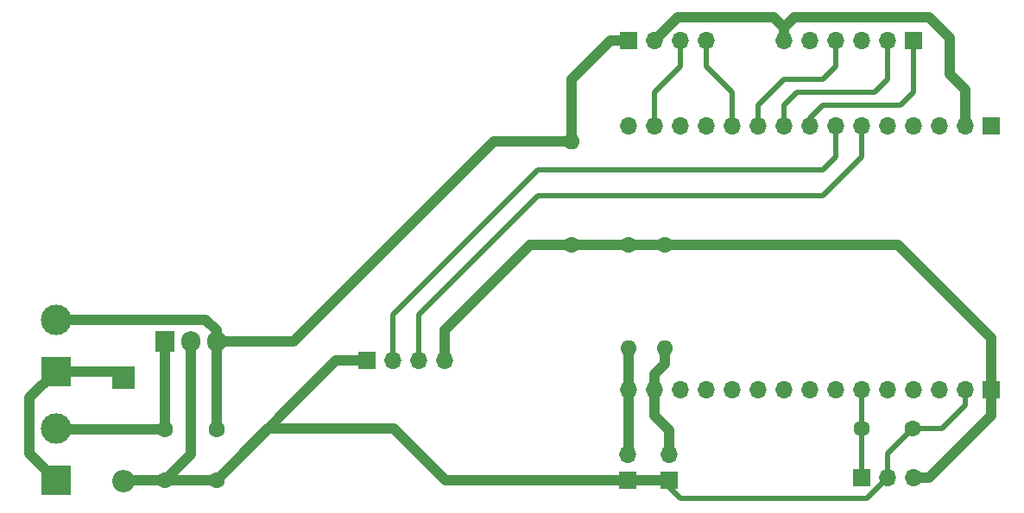
<source format=gbr>
%TF.GenerationSoftware,KiCad,Pcbnew,(6.0.5)*%
%TF.CreationDate,2024-06-19T12:06:20-03:00*%
%TF.ProjectId,PLACA_RNI_V1,504c4143-415f-4524-9e49-5f56312e6b69,rev?*%
%TF.SameCoordinates,Original*%
%TF.FileFunction,Copper,L2,Bot*%
%TF.FilePolarity,Positive*%
%FSLAX46Y46*%
G04 Gerber Fmt 4.6, Leading zero omitted, Abs format (unit mm)*
G04 Created by KiCad (PCBNEW (6.0.5)) date 2024-06-19 12:06:20*
%MOMM*%
%LPD*%
G01*
G04 APERTURE LIST*
%TA.AperFunction,ComponentPad*%
%ADD10R,1.700000X1.700000*%
%TD*%
%TA.AperFunction,ComponentPad*%
%ADD11O,1.700000X1.700000*%
%TD*%
%TA.AperFunction,ComponentPad*%
%ADD12R,1.905000X2.000000*%
%TD*%
%TA.AperFunction,ComponentPad*%
%ADD13O,1.905000X2.000000*%
%TD*%
%TA.AperFunction,ComponentPad*%
%ADD14C,1.600000*%
%TD*%
%TA.AperFunction,ComponentPad*%
%ADD15O,1.600000X1.600000*%
%TD*%
%TA.AperFunction,ComponentPad*%
%ADD16R,2.200000X2.200000*%
%TD*%
%TA.AperFunction,ComponentPad*%
%ADD17O,2.200000X2.200000*%
%TD*%
%TA.AperFunction,ComponentPad*%
%ADD18R,3.000000X3.000000*%
%TD*%
%TA.AperFunction,ComponentPad*%
%ADD19C,3.000000*%
%TD*%
%TA.AperFunction,Conductor*%
%ADD20C,1.000000*%
%TD*%
%TA.AperFunction,Conductor*%
%ADD21C,0.500000*%
%TD*%
G04 APERTURE END LIST*
D10*
%TO.P,J3,1,Pin_1*%
%TO.N,GND*%
X167400000Y-134325000D03*
D11*
%TO.P,J3,2,Pin_2*%
%TO.N,/TX*%
X169940000Y-134325000D03*
%TO.P,J3,3,Pin_3*%
%TO.N,/RX*%
X172480000Y-134325000D03*
%TO.P,J3,4,Pin_4*%
%TO.N,+5V*%
X175020000Y-134325000D03*
%TD*%
D12*
%TO.P,U1,1,VI*%
%TO.N,Net-(C1-Pad1)*%
X147558000Y-132408000D03*
D13*
%TO.P,U1,2,GND*%
%TO.N,GND*%
X150098000Y-132408000D03*
%TO.P,U1,3,VO*%
%TO.N,+5V*%
X152638000Y-132408000D03*
%TD*%
D10*
%TO.P,B2,1,Pin_1*%
%TO.N,GND*%
X197000000Y-146050000D03*
D11*
%TO.P,B2,2,Pin_2*%
%TO.N,/Buttom_2*%
X197000000Y-143510000D03*
%TD*%
D14*
%TO.P,C3,1*%
%TO.N,/ADC*%
X215900000Y-140970000D03*
%TO.P,C3,2*%
%TO.N,GND*%
X220900000Y-140970000D03*
%TD*%
%TO.P,R3,1*%
%TO.N,+5V*%
X187452000Y-122936000D03*
D15*
%TO.P,R3,2*%
X187452000Y-112776000D03*
%TD*%
D10*
%TO.P,J2,1,Pin_1*%
%TO.N,/cs*%
X220980000Y-102870000D03*
D11*
%TO.P,J2,2,Pin_2*%
%TO.N,/SCK*%
X218440000Y-102870000D03*
%TO.P,J2,3,Pin_3*%
%TO.N,unconnected-(J2-Pad3)*%
X215900000Y-102870000D03*
%TO.P,J2,4,Pin_4*%
%TO.N,/MISO*%
X213360000Y-102870000D03*
%TO.P,J2,5,Pin_5*%
%TO.N,unconnected-(J2-Pad5)*%
X210820000Y-102870000D03*
%TO.P,J2,6,Pin_6*%
%TO.N,GND*%
X208280000Y-102870000D03*
%TD*%
D10*
%TO.P,J7,1,Pin_1*%
%TO.N,unconnected-(J7-Pad1)*%
X228600000Y-111300000D03*
D11*
%TO.P,J7,2,Pin_2*%
%TO.N,GND*%
X226060000Y-111300000D03*
%TO.P,J7,3,Pin_3*%
%TO.N,unconnected-(J7-Pad3)*%
X223520000Y-111300000D03*
%TO.P,J7,4,Pin_4*%
%TO.N,unconnected-(J7-Pad4)*%
X220980000Y-111300000D03*
%TO.P,J7,5,Pin_5*%
%TO.N,unconnected-(J7-Pad5)*%
X218440000Y-111300000D03*
%TO.P,J7,6,Pin_6*%
%TO.N,/RX*%
X215900000Y-111300000D03*
%TO.P,J7,7,Pin_7*%
%TO.N,/TX*%
X213360000Y-111300000D03*
%TO.P,J7,8,Pin_8*%
%TO.N,/cs*%
X210820000Y-111300000D03*
%TO.P,J7,9,Pin_9*%
%TO.N,/SCK*%
X208280000Y-111300000D03*
%TO.P,J7,10,Pin_10*%
%TO.N,/MISO*%
X205740000Y-111300000D03*
%TO.P,J7,11,Pin_11*%
%TO.N,/SDA*%
X203200000Y-111300000D03*
%TO.P,J7,12,Pin_12*%
%TO.N,unconnected-(J7-Pad12)*%
X200660000Y-111300000D03*
%TO.P,J7,13,Pin_13*%
%TO.N,unconnected-(J7-Pad13)*%
X198120000Y-111300000D03*
%TO.P,J7,14,Pin_14*%
%TO.N,/SCL*%
X195580000Y-111300000D03*
%TO.P,J7,15,Pin_15*%
%TO.N,/MOSI*%
X193040000Y-111300000D03*
%TD*%
D10*
%TO.P,J4,1,Pin_1*%
%TO.N,+5V*%
X193040000Y-102870000D03*
D11*
%TO.P,J4,2,Pin_2*%
%TO.N,GND*%
X195580000Y-102870000D03*
%TO.P,J4,3,Pin_3*%
%TO.N,/SCL*%
X198120000Y-102870000D03*
%TO.P,J4,4,Pin_4*%
%TO.N,/SDA*%
X200660000Y-102870000D03*
%TD*%
D10*
%TO.P,J6,1,Pin_1*%
%TO.N,+5V*%
X228600000Y-137160000D03*
D11*
%TO.P,J6,2,Pin_2*%
%TO.N,GND*%
X226060000Y-137160000D03*
%TO.P,J6,3,Pin_3*%
%TO.N,unconnected-(J6-Pad3)*%
X223520000Y-137160000D03*
%TO.P,J6,4,Pin_4*%
%TO.N,unconnected-(J6-Pad4)*%
X220980000Y-137160000D03*
%TO.P,J6,5,Pin_5*%
%TO.N,unconnected-(J6-Pad5)*%
X218440000Y-137160000D03*
%TO.P,J6,6,Pin_6*%
%TO.N,/ADC*%
X215900000Y-137160000D03*
%TO.P,J6,7,Pin_7*%
%TO.N,unconnected-(J6-Pad7)*%
X213360000Y-137160000D03*
%TO.P,J6,8,Pin_8*%
%TO.N,unconnected-(J6-Pad8)*%
X210820000Y-137160000D03*
%TO.P,J6,9,Pin_9*%
%TO.N,unconnected-(J6-Pad9)*%
X208280000Y-137160000D03*
%TO.P,J6,10,Pin_10*%
%TO.N,unconnected-(J6-Pad10)*%
X205740000Y-137160000D03*
%TO.P,J6,11,Pin_11*%
%TO.N,unconnected-(J6-Pad11)*%
X203200000Y-137160000D03*
%TO.P,J6,12,Pin_12*%
%TO.N,unconnected-(J6-Pad12)*%
X200660000Y-137160000D03*
%TO.P,J6,13,Pin_13*%
%TO.N,unconnected-(J6-Pad13)*%
X198120000Y-137160000D03*
%TO.P,J6,14,Pin_14*%
%TO.N,/Buttom_2*%
X195580000Y-137160000D03*
%TO.P,J6,15,Pin_15*%
%TO.N,/Buttom_1*%
X193040000Y-137160000D03*
%TD*%
D10*
%TO.P,J5,1,Pin_1*%
%TO.N,/ADC*%
X215900000Y-145796000D03*
D11*
%TO.P,J5,2,Pin_2*%
%TO.N,GND*%
X218440000Y-145796000D03*
%TO.P,J5,3,Pin_3*%
%TO.N,+5V*%
X220980000Y-145796000D03*
%TD*%
D16*
%TO.P,D1,1,K*%
%TO.N,Net-(D1-Pad1)*%
X143494000Y-135964000D03*
D17*
%TO.P,D1,2,A*%
%TO.N,GND*%
X143494000Y-146124000D03*
%TD*%
D14*
%TO.P,R2,1*%
%TO.N,+5V*%
X196596000Y-122936000D03*
D15*
%TO.P,R2,2*%
%TO.N,/Buttom_2*%
X196596000Y-133096000D03*
%TD*%
D14*
%TO.P,R1,1*%
%TO.N,+5V*%
X193040000Y-122936000D03*
D15*
%TO.P,R1,2*%
%TO.N,/Buttom_1*%
X193040000Y-133096000D03*
%TD*%
D18*
%TO.P,J8,1,Pin_1*%
%TO.N,Net-(D1-Pad1)*%
X136890000Y-135360000D03*
D19*
%TO.P,J8,2,Pin_2*%
%TO.N,+5V*%
X136890000Y-130280000D03*
%TD*%
D14*
%TO.P,C2,1*%
%TO.N,+5V*%
X152638000Y-141044000D03*
%TO.P,C2,2*%
%TO.N,GND*%
X152638000Y-146044000D03*
%TD*%
D18*
%TO.P,J1,1,Pin_1*%
%TO.N,Net-(D1-Pad1)*%
X136890000Y-146028000D03*
D19*
%TO.P,J1,2,Pin_2*%
%TO.N,Net-(C1-Pad1)*%
X136890000Y-140948000D03*
%TD*%
D14*
%TO.P,C1,1*%
%TO.N,Net-(C1-Pad1)*%
X147558000Y-141044000D03*
%TO.P,C1,2*%
%TO.N,GND*%
X147558000Y-146044000D03*
%TD*%
D10*
%TO.P,B1,1,Pin_1*%
%TO.N,GND*%
X193000000Y-146050000D03*
D11*
%TO.P,B1,2,Pin_2*%
%TO.N,/Buttom_1*%
X193000000Y-143510000D03*
%TD*%
D20*
%TO.N,Net-(C1-Pad1)*%
X136986000Y-141044000D02*
X136890000Y-140948000D01*
X147558000Y-141044000D02*
X136986000Y-141044000D01*
X147558000Y-141044000D02*
X147558000Y-132408000D01*
%TO.N,GND*%
X143574000Y-146044000D02*
X143494000Y-146124000D01*
X226060000Y-107696000D02*
X226060000Y-111300000D01*
D21*
X226060000Y-138684000D02*
X226060000Y-137160000D01*
X218440000Y-145796000D02*
X216408000Y-147828000D01*
D20*
X224536000Y-106172000D02*
X226060000Y-107696000D01*
X147558000Y-146044000D02*
X143574000Y-146044000D01*
X195580000Y-102870000D02*
X197866000Y-100584000D01*
D21*
X197000000Y-146708000D02*
X197000000Y-146050000D01*
X216408000Y-147828000D02*
X198120000Y-147828000D01*
D20*
X209296000Y-100584000D02*
X222504000Y-100584000D01*
X197866000Y-100584000D02*
X207264000Y-100584000D01*
X150098000Y-132408000D02*
X150098000Y-143504000D01*
X175110000Y-146050000D02*
X193000000Y-146050000D01*
X208280000Y-101600000D02*
X208280000Y-102870000D01*
X207264000Y-100584000D02*
X208280000Y-101600000D01*
X152638000Y-146044000D02*
X147558000Y-146044000D01*
X152638000Y-146044000D02*
X157682000Y-141000000D01*
X208280000Y-101600000D02*
X209296000Y-100584000D01*
D21*
X198120000Y-147828000D02*
X197000000Y-146708000D01*
D20*
X222504000Y-100584000D02*
X224536000Y-102616000D01*
X164357000Y-134325000D02*
X152638000Y-146044000D01*
X170060000Y-141000000D02*
X175110000Y-146050000D01*
D21*
X218440000Y-145796000D02*
X218440000Y-143430000D01*
D20*
X224536000Y-102616000D02*
X224536000Y-106172000D01*
X197000000Y-146050000D02*
X193000000Y-146050000D01*
X157682000Y-141000000D02*
X170060000Y-141000000D01*
X150098000Y-143504000D02*
X147558000Y-146044000D01*
X167400000Y-134325000D02*
X164357000Y-134325000D01*
D21*
X223774000Y-140970000D02*
X226060000Y-138684000D01*
X220900000Y-140970000D02*
X223774000Y-140970000D01*
X218440000Y-143430000D02*
X220900000Y-140970000D01*
D20*
%TO.N,+5V*%
X152638000Y-131342000D02*
X152638000Y-132408000D01*
X193040000Y-122936000D02*
X196596000Y-122936000D01*
X160200000Y-132408000D02*
X179832000Y-112776000D01*
X175020000Y-131304000D02*
X175020000Y-134325000D01*
X179832000Y-112776000D02*
X187452000Y-112776000D01*
X183388000Y-122936000D02*
X175020000Y-131304000D01*
X152638000Y-132408000D02*
X160200000Y-132408000D01*
X222504000Y-145796000D02*
X220980000Y-145796000D01*
X152638000Y-141044000D02*
X152638000Y-132408000D01*
X187452000Y-112776000D02*
X187452000Y-106680000D01*
X228600000Y-132080000D02*
X228600000Y-137160000D01*
X219456000Y-122936000D02*
X228600000Y-132080000D01*
X187452000Y-122936000D02*
X183388000Y-122936000D01*
X228600000Y-139700000D02*
X222504000Y-145796000D01*
X187452000Y-106680000D02*
X191262000Y-102870000D01*
X187452000Y-122936000D02*
X193040000Y-122936000D01*
X228600000Y-137160000D02*
X228600000Y-139700000D01*
X196596000Y-122936000D02*
X219456000Y-122936000D01*
X151576000Y-130280000D02*
X152638000Y-131342000D01*
X136890000Y-130280000D02*
X151576000Y-130280000D01*
X191262000Y-102870000D02*
X193040000Y-102870000D01*
D21*
%TO.N,/ADC*%
X215900000Y-140970000D02*
X215900000Y-145796000D01*
X215900000Y-140970000D02*
X215900000Y-137160000D01*
D20*
%TO.N,/Buttom_1*%
X193040000Y-143470000D02*
X193000000Y-143510000D01*
X193040000Y-137160000D02*
X193040000Y-143470000D01*
X193040000Y-133096000D02*
X193040000Y-137160000D01*
%TO.N,/Buttom_2*%
X195580000Y-137160000D02*
X195580000Y-139700000D01*
X195580000Y-139700000D02*
X197000000Y-141120000D01*
X196596000Y-134620000D02*
X196596000Y-133096000D01*
X197000000Y-141120000D02*
X197000000Y-143510000D01*
X195580000Y-137160000D02*
X195580000Y-135636000D01*
X195580000Y-135636000D02*
X196596000Y-134620000D01*
D21*
%TO.N,/cs*%
X210820000Y-111300000D02*
X210820000Y-110490000D01*
X219710000Y-109220000D02*
X220980000Y-107950000D01*
X210820000Y-110490000D02*
X212090000Y-109220000D01*
X220980000Y-107950000D02*
X220980000Y-102870000D01*
X212090000Y-109220000D02*
X219710000Y-109220000D01*
%TO.N,/SCK*%
X209550000Y-107950000D02*
X217170000Y-107950000D01*
X217170000Y-107950000D02*
X218440000Y-106680000D01*
X208280000Y-111300000D02*
X208280000Y-109220000D01*
X208280000Y-109220000D02*
X209550000Y-107950000D01*
X218440000Y-106680000D02*
X218440000Y-102870000D01*
%TO.N,/MISO*%
X205740000Y-111300000D02*
X205740000Y-109220000D01*
X208280000Y-106680000D02*
X212090000Y-106680000D01*
X212090000Y-106680000D02*
X213360000Y-105410000D01*
X205740000Y-109220000D02*
X208280000Y-106680000D01*
X213360000Y-105410000D02*
X213360000Y-102870000D01*
%TO.N,/TX*%
X169940000Y-129780000D02*
X169940000Y-134325000D01*
X213360000Y-114300000D02*
X212090000Y-115570000D01*
X213360000Y-111300000D02*
X213360000Y-114300000D01*
X212090000Y-115570000D02*
X184150000Y-115570000D01*
X184150000Y-115570000D02*
X169940000Y-129780000D01*
%TO.N,/RX*%
X172480000Y-129780000D02*
X184150000Y-118110000D01*
X184150000Y-118110000D02*
X212090000Y-118110000D01*
X212090000Y-118110000D02*
X215900000Y-114300000D01*
X215900000Y-114300000D02*
X215900000Y-111300000D01*
X172480000Y-134325000D02*
X172480000Y-129780000D01*
%TO.N,/SDA*%
X200660000Y-105410000D02*
X203200000Y-107950000D01*
X200660000Y-105410000D02*
X200660000Y-102870000D01*
X203200000Y-107950000D02*
X203200000Y-111300000D01*
%TO.N,/SCL*%
X198120000Y-105410000D02*
X195580000Y-107950000D01*
X195580000Y-107950000D02*
X195580000Y-111300000D01*
X198120000Y-105410000D02*
X198120000Y-102870000D01*
D20*
%TO.N,Net-(D1-Pad1)*%
X134304000Y-137946000D02*
X134304000Y-143442000D01*
X134304000Y-143442000D02*
X136890000Y-146028000D01*
X136890000Y-135360000D02*
X134304000Y-137946000D01*
X142890000Y-135360000D02*
X143494000Y-135964000D01*
X136890000Y-135360000D02*
X142890000Y-135360000D01*
%TD*%
M02*

</source>
